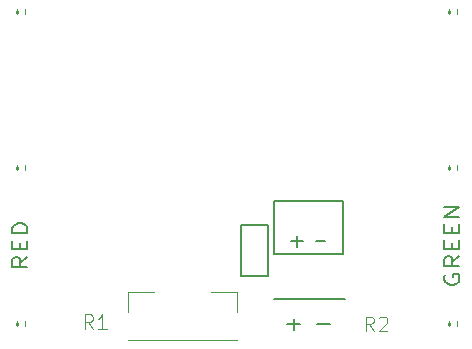
<source format=gto>
G04 #@! TF.GenerationSoftware,KiCad,Pcbnew,6.0.0-rc1-unknown-r13375-f0c57176*
G04 #@! TF.CreationDate,2018-08-09T00:22:08-05:00*
G04 #@! TF.ProjectId,led_array,6C65645F61727261792E6B696361645F,1*
G04 #@! TF.SameCoordinates,PX7445a00PY7445a00*
G04 #@! TF.FileFunction,Legend,Top*
G04 #@! TF.FilePolarity,Positive*
%FSLAX46Y46*%
G04 Gerber Fmt 4.6, Leading zero omitted, Abs format (unit mm)*
G04 Created by KiCad (PCBNEW 6.0.0-rc1-unknown-r13375-f0c57176) date Thu Aug  9 00:22:08 2018*
%MOMM*%
%LPD*%
G01*
G04 APERTURE LIST*
%ADD10C,0.203200*%
%ADD11C,0.150000*%
%ADD12C,0.101600*%
%ADD13C,0.100000*%
%ADD14C,0.127000*%
G04 APERTURE END LIST*
D10*
X26606571Y1941286D02*
X27749428Y1941286D01*
X24066571Y1941286D02*
X25209428Y1941286D01*
X24638000Y1457477D02*
X24638000Y2425096D01*
X37465000Y6136000D02*
X37404523Y5993143D01*
X37404523Y5778858D01*
X37465000Y5564572D01*
X37585952Y5421715D01*
X37706904Y5350286D01*
X37948809Y5278858D01*
X38130238Y5278858D01*
X38372142Y5350286D01*
X38493095Y5421715D01*
X38614047Y5564572D01*
X38674523Y5778858D01*
X38674523Y5921715D01*
X38614047Y6136000D01*
X38553571Y6207429D01*
X38130238Y6207429D01*
X38130238Y5921715D01*
X38674523Y7707429D02*
X38069761Y7207429D01*
X38674523Y6850286D02*
X37404523Y6850286D01*
X37404523Y7421715D01*
X37465000Y7564572D01*
X37525476Y7636000D01*
X37646428Y7707429D01*
X37827857Y7707429D01*
X37948809Y7636000D01*
X38009285Y7564572D01*
X38069761Y7421715D01*
X38069761Y6850286D01*
X38009285Y8350286D02*
X38009285Y8850286D01*
X38674523Y9064572D02*
X38674523Y8350286D01*
X37404523Y8350286D01*
X37404523Y9064572D01*
X38009285Y9707429D02*
X38009285Y10207429D01*
X38674523Y10421715D02*
X38674523Y9707429D01*
X37404523Y9707429D01*
X37404523Y10421715D01*
X38674523Y11064572D02*
X37404523Y11064572D01*
X38674523Y11921715D01*
X37404523Y11921715D01*
X2098523Y7671715D02*
X1493761Y7171715D01*
X2098523Y6814572D02*
X828523Y6814572D01*
X828523Y7386000D01*
X889000Y7528858D01*
X949476Y7600286D01*
X1070428Y7671715D01*
X1251857Y7671715D01*
X1372809Y7600286D01*
X1433285Y7528858D01*
X1493761Y7386000D01*
X1493761Y6814572D01*
X1433285Y8314572D02*
X1433285Y8814572D01*
X2098523Y9028858D02*
X2098523Y8314572D01*
X828523Y8314572D01*
X828523Y9028858D01*
X2098523Y9671715D02*
X828523Y9671715D01*
X828523Y10028858D01*
X889000Y10243143D01*
X1009952Y10386000D01*
X1130904Y10457429D01*
X1372809Y10528858D01*
X1554238Y10528858D01*
X1796142Y10457429D01*
X1917095Y10386000D01*
X2038047Y10243143D01*
X2098523Y10028858D01*
X2098523Y9671715D01*
D11*
X22956000Y4064000D02*
X28956000Y4064000D01*
G04 #@! TO.C,RED3*
G36*
X1349000Y28198000D02*
X1349000Y28448000D01*
X1124000Y28448000D01*
X1124000Y28198000D01*
X1349000Y28198000D01*
G37*
D12*
X1874000Y28248000D02*
X1874000Y28648000D01*
X1174000Y28248000D02*
X1174000Y28648000D01*
X1174000Y15040000D02*
X1174000Y15440000D01*
X1874000Y15040000D02*
X1874000Y15440000D01*
D11*
G36*
X1349000Y14990000D02*
X1349000Y15240000D01*
X1124000Y15240000D01*
X1124000Y14990000D01*
X1349000Y14990000D01*
G37*
G04 #@! TO.C,GREEN3*
G36*
X37925000Y14990000D02*
X37925000Y15240000D01*
X37700000Y15240000D01*
X37700000Y14990000D01*
X37925000Y14990000D01*
G37*
D12*
X38450000Y15040000D02*
X38450000Y15440000D01*
X37750000Y15040000D02*
X37750000Y15440000D01*
X37750000Y28248000D02*
X37750000Y28648000D01*
X38450000Y28248000D02*
X38450000Y28648000D01*
D11*
G36*
X37925000Y28198000D02*
X37925000Y28448000D01*
X37700000Y28448000D01*
X37700000Y28198000D01*
X37925000Y28198000D01*
G37*
D13*
G04 #@! TO.C,U$1*
X19840000Y616000D02*
X10640000Y616000D01*
X10640000Y3016000D02*
X10640000Y4716000D01*
X10640000Y4716000D02*
X12840000Y4716000D01*
X17640000Y4716000D02*
X19840000Y4716000D01*
X19840000Y4716000D02*
X19840000Y3016000D01*
D11*
G04 #@! TO.C,RED3*
G36*
X1349000Y1782000D02*
X1349000Y2032000D01*
X1124000Y2032000D01*
X1124000Y1782000D01*
X1349000Y1782000D01*
G37*
D12*
X1874000Y1832000D02*
X1874000Y2232000D01*
X1174000Y1832000D02*
X1174000Y2232000D01*
D11*
G04 #@! TO.C,GREEN3*
G36*
X37925000Y1782000D02*
X37925000Y2032000D01*
X37700000Y2032000D01*
X37700000Y1782000D01*
X37925000Y1782000D01*
G37*
D12*
X38450000Y1832000D02*
X38450000Y2232000D01*
X37750000Y1832000D02*
X37750000Y2232000D01*
D14*
G04 #@! TO.C,U$2*
X22479000Y10325400D02*
X20193000Y10325400D01*
X22479000Y6007400D02*
X22479000Y10325400D01*
X20193000Y6007400D02*
X22479000Y6007400D01*
X20193000Y10325400D02*
X20193000Y6007400D01*
G04 #@! TO.C,U$3*
X26508000Y8968000D02*
X27308000Y8968000D01*
X24408000Y8968000D02*
X25408000Y8968000D01*
X24908000Y9468000D02*
X24908000Y8468000D01*
X22958000Y7868000D02*
X22958000Y12368000D01*
X28858000Y7868000D02*
X22958000Y7868000D01*
X28858000Y12368000D02*
X28858000Y7868000D01*
X22958000Y12368000D02*
X28858000Y12368000D01*
G04 #@! TO.C,R1*
D12*
X7646730Y1581453D02*
X7244563Y2155977D01*
X6957301Y1581453D02*
X6957301Y2787953D01*
X7416920Y2787953D01*
X7531825Y2730500D01*
X7589278Y2673048D01*
X7646730Y2558143D01*
X7646730Y2385786D01*
X7589278Y2270881D01*
X7531825Y2213429D01*
X7416920Y2155977D01*
X6957301Y2155977D01*
X8795778Y1581453D02*
X8106349Y1581453D01*
X8451063Y1581453D02*
X8451063Y2787953D01*
X8336159Y2615596D01*
X8221254Y2500691D01*
X8106349Y2443239D01*
G04 #@! TO.C,R2*
X31428002Y1396953D02*
X31025836Y1971477D01*
X30738574Y1396953D02*
X30738574Y2603453D01*
X31198193Y2603453D01*
X31313098Y2546000D01*
X31370550Y2488548D01*
X31428002Y2373643D01*
X31428002Y2201286D01*
X31370550Y2086381D01*
X31313098Y2028929D01*
X31198193Y1971477D01*
X30738574Y1971477D01*
X31887621Y2488548D02*
X31945074Y2546000D01*
X32059979Y2603453D01*
X32347240Y2603453D01*
X32462145Y2546000D01*
X32519598Y2488548D01*
X32577050Y2373643D01*
X32577050Y2258739D01*
X32519598Y2086381D01*
X31830169Y1396953D01*
X32577050Y1396953D01*
G04 #@! TD*
M02*

</source>
